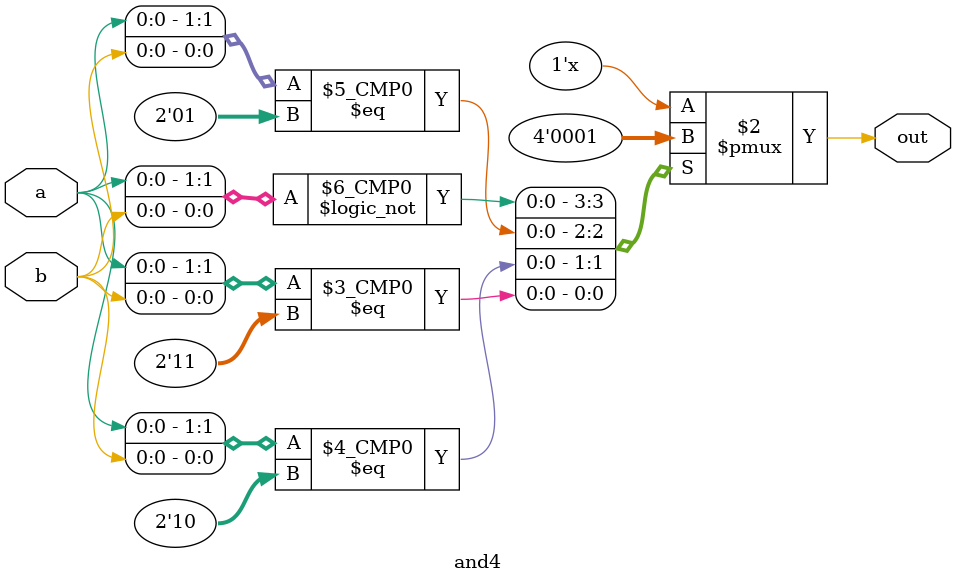
<source format=v>
module and4 (
  input a,
  input b,
  output reg out
);

    always @(*) begin
        case ({a, b})
            2'b00: out = 1'b0;
            2'b01: out = 1'b0;
            2'b10: out = 1'b0;
            2'b11: out = 1'b1;
        endcase
    end

endmodule
</source>
